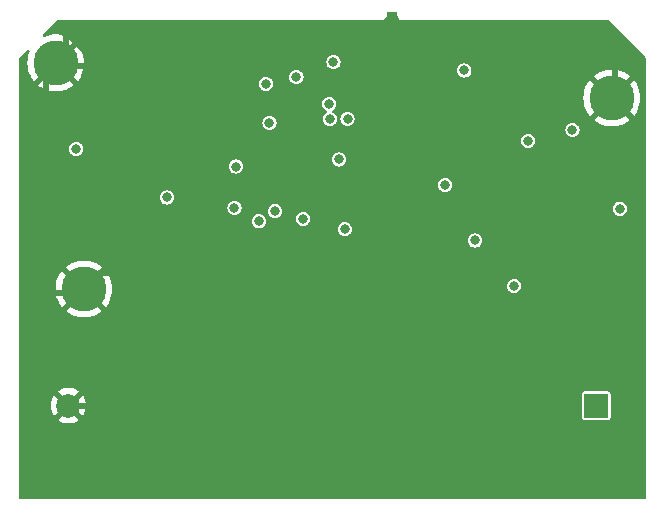
<source format=gbr>
%TF.GenerationSoftware,KiCad,Pcbnew,7.0.2*%
%TF.CreationDate,2023-05-16T00:14:24-03:00*%
%TF.ProjectId,fullWirelessComTractian,66756c6c-5769-4726-956c-657373436f6d,rev?*%
%TF.SameCoordinates,Original*%
%TF.FileFunction,Copper,L2,Inr*%
%TF.FilePolarity,Positive*%
%FSLAX46Y46*%
G04 Gerber Fmt 4.6, Leading zero omitted, Abs format (unit mm)*
G04 Created by KiCad (PCBNEW 7.0.2) date 2023-05-16 00:14:24*
%MOMM*%
%LPD*%
G01*
G04 APERTURE LIST*
%TA.AperFunction,ComponentPad*%
%ADD10R,0.900000X0.500000*%
%TD*%
%TA.AperFunction,ComponentPad*%
%ADD11C,3.800000*%
%TD*%
%TA.AperFunction,ComponentPad*%
%ADD12R,2.000000X2.000000*%
%TD*%
%TA.AperFunction,ComponentPad*%
%ADD13C,2.000000*%
%TD*%
%TA.AperFunction,ViaPad*%
%ADD14C,0.800000*%
%TD*%
%TA.AperFunction,Conductor*%
%ADD15C,0.508000*%
%TD*%
G04 APERTURE END LIST*
D10*
%TO.N,GND*%
%TO.C,ANT1*%
X159870000Y-92185000D03*
%TD*%
D11*
%TO.N,GND*%
%TO.C,REF\u002A\u002A*%
X178490000Y-99180000D03*
%TD*%
%TO.N,GND*%
%TO.C,REF\u002A\u002A*%
X131400000Y-96210000D03*
%TD*%
%TO.N,GND*%
%TO.C,REF\u002A\u002A*%
X133790000Y-115350000D03*
%TD*%
D12*
%TO.N,Net-(BT1-+)*%
%TO.C,BT1*%
X177180000Y-125230000D03*
D13*
%TO.N,GND*%
X132480000Y-125230000D03*
%TD*%
D14*
%TO.N,GND*%
X133760000Y-101330000D03*
X150900000Y-117760000D03*
X161400000Y-95690000D03*
X167060000Y-95860000D03*
X138140000Y-97000000D03*
X129160000Y-106660000D03*
X174510000Y-104250000D03*
X160210000Y-93630000D03*
X174570000Y-93630000D03*
X160780000Y-97740000D03*
X165380000Y-111310000D03*
X150820000Y-93640000D03*
X159220000Y-117700000D03*
X167180000Y-117560000D03*
X151780000Y-104830000D03*
X148270000Y-93600000D03*
X151410000Y-95310000D03*
X130850000Y-101220000D03*
X137540000Y-114040000D03*
X144060000Y-115520000D03*
X130690000Y-104910000D03*
X162900000Y-93630000D03*
X151780000Y-103740000D03*
X171490000Y-93650000D03*
X143720000Y-113070000D03*
X168610000Y-93690000D03*
X151790000Y-105910000D03*
X155020000Y-117700000D03*
X130140000Y-115740000D03*
X177330000Y-102610000D03*
X143410000Y-101020000D03*
X140650000Y-96970000D03*
X138350000Y-116800000D03*
X147050000Y-115540000D03*
X150640000Y-103730000D03*
X163380000Y-102360000D03*
X177380000Y-93620000D03*
X145380000Y-93500000D03*
X130570000Y-99000000D03*
X180170000Y-103420000D03*
X148940000Y-95310000D03*
X163170000Y-97870000D03*
X140670000Y-93530000D03*
X172960000Y-95870000D03*
X129160000Y-110090000D03*
X141430000Y-95380000D03*
X169900000Y-95860000D03*
X156953419Y-102219078D03*
X146850000Y-95270000D03*
X138160000Y-93560000D03*
X147250000Y-117730000D03*
X151560000Y-99660000D03*
X172980000Y-106090000D03*
X160870000Y-109300000D03*
X155400000Y-93680000D03*
X152910000Y-104800000D03*
X144770000Y-102570000D03*
X135180000Y-96510000D03*
X145360000Y-96940000D03*
X141680000Y-100010000D03*
X172690000Y-108690000D03*
X141270000Y-116490000D03*
X162250000Y-99980000D03*
X155680000Y-105759500D03*
X165730000Y-93650000D03*
X141790000Y-102460000D03*
X152910000Y-103710000D03*
X145470000Y-100100000D03*
X143940000Y-95350000D03*
X129330000Y-112730000D03*
X175160000Y-100260000D03*
X129410000Y-103070000D03*
X147690000Y-98800000D03*
X175770000Y-95820000D03*
X139230000Y-95380000D03*
X177580000Y-108010000D03*
X177020000Y-106060000D03*
X133740000Y-98360000D03*
X136720000Y-95410000D03*
X150650000Y-105900000D03*
X169820000Y-105760000D03*
X135460000Y-93590000D03*
X145280000Y-111170000D03*
X163930000Y-95690000D03*
X150640000Y-104820000D03*
X153200000Y-93730000D03*
X154480000Y-95320000D03*
X131700000Y-111420000D03*
X130940000Y-108390000D03*
X142850000Y-96970000D03*
X164070000Y-117580000D03*
X142870000Y-93530000D03*
X132290000Y-93560000D03*
X158740000Y-98790000D03*
X174370000Y-107680000D03*
X141080000Y-114100000D03*
X164090000Y-111320000D03*
X152920000Y-105880000D03*
X178750000Y-95740000D03*
%TO.N,Net-(U1-CHIP_PU)*%
X149500000Y-101290000D03*
X156110000Y-100960000D03*
X166900000Y-111250000D03*
%TO.N,Net-(C8-Pad1)*%
X154560000Y-99680000D03*
X154920000Y-96150000D03*
%TO.N,VDD33*%
X155880000Y-110300000D03*
X155370000Y-104389500D03*
X175150000Y-101880000D03*
X170230000Y-115120000D03*
X148604469Y-109631825D03*
X171400000Y-102820000D03*
X146660000Y-104990000D03*
X179160000Y-108560000D03*
X140800000Y-107610000D03*
X151780000Y-97420000D03*
X154610000Y-100970000D03*
X166000000Y-96860000D03*
%TO.N,DMWP*%
X146535480Y-108485480D03*
X133130000Y-103510000D03*
%TO.N,PMHD*%
X152360000Y-109410000D03*
X149970000Y-108780000D03*
%TO.N,Net-(U6-V_{OUT})*%
X164380000Y-106550000D03*
X149200000Y-97990000D03*
%TD*%
D15*
%TO.N,GND*%
X133760000Y-98380000D02*
X133740000Y-98360000D01*
X133760000Y-101330000D02*
X133760000Y-98380000D01*
X151780000Y-104830000D02*
X151780000Y-105900000D01*
X138140000Y-97000000D02*
X140620000Y-97000000D01*
X147050000Y-115540000D02*
X144080000Y-115540000D01*
X151560000Y-99660000D02*
X148550000Y-99660000D01*
X152910000Y-105870000D02*
X152920000Y-105880000D01*
X152910000Y-103710000D02*
X152910000Y-104800000D01*
X138350000Y-114850000D02*
X137540000Y-114040000D01*
X158740000Y-98790000D02*
X152430000Y-98790000D01*
X180170000Y-103420000D02*
X178140000Y-103420000D01*
X169820000Y-106870000D02*
X165380000Y-111310000D01*
X155680000Y-105759500D02*
X155549500Y-105890000D01*
X130140000Y-113540000D02*
X129330000Y-112730000D01*
X141080000Y-114100000D02*
X141050000Y-114100000D01*
X175770000Y-95820000D02*
X175770000Y-95230000D01*
X130850000Y-101220000D02*
X130850000Y-99280000D01*
X141790000Y-100120000D02*
X141680000Y-100010000D01*
X143410000Y-101020000D02*
X143410000Y-101210000D01*
X162250000Y-101230000D02*
X163380000Y-102360000D01*
X169820000Y-105600000D02*
X169820000Y-105760000D01*
X133740000Y-97950000D02*
X135180000Y-96510000D01*
X147250000Y-117730000D02*
X147250000Y-115740000D01*
X140670000Y-93530000D02*
X142870000Y-93530000D01*
X177580000Y-108949455D02*
X168969455Y-117560000D01*
X147250000Y-115740000D02*
X147050000Y-115540000D01*
X130140000Y-115740000D02*
X133400000Y-115740000D01*
X164090000Y-117560000D02*
X164070000Y-117580000D01*
X129160000Y-106440000D02*
X130690000Y-104910000D01*
X145350000Y-93530000D02*
X145380000Y-93500000D01*
X143940000Y-95350000D02*
X146770000Y-95350000D01*
X174510000Y-104250000D02*
X174510000Y-104560000D01*
X141050000Y-114100000D02*
X138350000Y-116800000D01*
X177380000Y-93620000D02*
X177380000Y-94370000D01*
X158740000Y-94320000D02*
X158740000Y-93315000D01*
X148170000Y-93500000D02*
X148270000Y-93600000D01*
X129410000Y-102660000D02*
X130850000Y-101220000D01*
X158740000Y-102200000D02*
X158740000Y-98790000D01*
X152920000Y-105880000D02*
X151820000Y-105880000D01*
X151780000Y-104830000D02*
X151780000Y-103740000D01*
X164090000Y-111320000D02*
X162890000Y-111320000D01*
X143720000Y-113070000D02*
X143720000Y-112730000D01*
X163170000Y-97870000D02*
X163170000Y-99060000D01*
X135180000Y-96510000D02*
X135180000Y-96450000D01*
X135100000Y-114040000D02*
X133790000Y-115350000D01*
X158740000Y-100432497D02*
X156953419Y-102219078D01*
X133740000Y-98360000D02*
X133740000Y-97950000D01*
X152880000Y-103740000D02*
X152910000Y-103710000D01*
X143720000Y-112730000D02*
X145280000Y-111170000D01*
X159340000Y-117580000D02*
X159220000Y-117700000D01*
X130490000Y-111420000D02*
X129160000Y-110090000D01*
X130690000Y-104910000D02*
X130690000Y-104350000D01*
X133400000Y-115740000D02*
X133790000Y-115350000D01*
X146850000Y-95270000D02*
X148900000Y-95270000D01*
X150960000Y-117700000D02*
X150900000Y-117760000D01*
X177330000Y-102610000D02*
X177330000Y-102430000D01*
X168969455Y-117560000D02*
X167180000Y-117560000D01*
X178750000Y-95740000D02*
X178750000Y-98920000D01*
X177380000Y-94370000D02*
X178750000Y-95740000D01*
X140650000Y-96970000D02*
X145330000Y-96970000D01*
X135430000Y-93560000D02*
X135460000Y-93590000D01*
X145330000Y-96970000D02*
X145360000Y-96940000D01*
X152430000Y-98790000D02*
X151560000Y-99660000D01*
X129410000Y-103070000D02*
X129410000Y-102660000D01*
X177330000Y-102430000D02*
X175160000Y-100260000D01*
X145470000Y-100100000D02*
X146390000Y-100100000D01*
X176150000Y-102610000D02*
X174510000Y-104250000D01*
X147280000Y-117760000D02*
X147250000Y-117730000D01*
X141790000Y-102460000D02*
X141970000Y-102460000D01*
X130850000Y-101220000D02*
X130880000Y-101220000D01*
X144060000Y-113410000D02*
X143720000Y-113070000D01*
X140620000Y-97000000D02*
X140650000Y-96970000D01*
X132290000Y-93560000D02*
X132290000Y-95320000D01*
X150660000Y-105910000D02*
X150650000Y-105900000D01*
X129160000Y-110090000D02*
X129160000Y-106660000D01*
X172980000Y-106090000D02*
X172980000Y-106290000D01*
X169820000Y-105760000D02*
X169820000Y-106870000D01*
X147690000Y-100780000D02*
X150640000Y-103730000D01*
X180170000Y-103420000D02*
X180170000Y-100860000D01*
X146770000Y-95350000D02*
X146850000Y-95270000D01*
X130690000Y-104350000D02*
X129410000Y-103070000D01*
X131700000Y-111420000D02*
X130490000Y-111420000D01*
X137360000Y-125230000D02*
X132480000Y-125230000D01*
X144060000Y-115520000D02*
X144060000Y-113410000D01*
X150650000Y-105900000D02*
X150650000Y-104830000D01*
X151820000Y-105880000D02*
X151790000Y-105910000D01*
X178140000Y-103420000D02*
X177330000Y-102610000D01*
X145470000Y-100100000D02*
X141770000Y-100100000D01*
X150640000Y-103730000D02*
X151770000Y-103730000D01*
X155549500Y-105890000D02*
X152990000Y-105890000D01*
X138160000Y-93560000D02*
X140640000Y-93560000D01*
X172690000Y-108630000D02*
X169820000Y-105760000D01*
X136720000Y-95410000D02*
X139200000Y-95410000D01*
X148270000Y-93600000D02*
X155320000Y-93600000D01*
X152910000Y-104800000D02*
X152910000Y-105870000D01*
X130850000Y-99280000D02*
X130570000Y-99000000D01*
X161400000Y-95690000D02*
X161400000Y-97120000D01*
X150650000Y-105900000D02*
X147050000Y-109500000D01*
X174510000Y-104560000D02*
X172980000Y-106090000D01*
X136720000Y-95580000D02*
X138140000Y-97000000D01*
X135460000Y-93590000D02*
X138130000Y-93590000D01*
X163930000Y-97110000D02*
X163170000Y-97870000D01*
X130570000Y-99000000D02*
X130570000Y-97040000D01*
X157350000Y-103590000D02*
X157350000Y-104680000D01*
X150650000Y-104830000D02*
X150640000Y-104820000D01*
X172690000Y-108690000D02*
X172690000Y-108630000D01*
X161400000Y-97120000D02*
X160780000Y-97740000D01*
X177330000Y-102610000D02*
X176150000Y-102610000D01*
X130570000Y-97040000D02*
X131400000Y-96210000D01*
X141430000Y-95380000D02*
X143910000Y-95380000D01*
X164100000Y-111310000D02*
X164090000Y-111320000D01*
X142240000Y-115520000D02*
X141270000Y-116490000D01*
X135620000Y-96510000D02*
X136720000Y-95410000D01*
X160210000Y-93630000D02*
X174570000Y-93630000D01*
X159220000Y-117700000D02*
X155020000Y-117700000D01*
X162250000Y-99980000D02*
X162250000Y-101230000D01*
X139200000Y-95410000D02*
X139230000Y-95380000D01*
X140640000Y-93560000D02*
X140670000Y-93530000D01*
X174570000Y-93630000D02*
X174570000Y-94620000D01*
X135180000Y-96510000D02*
X135620000Y-96510000D01*
X144080000Y-115540000D02*
X144060000Y-115520000D01*
X143410000Y-101210000D02*
X144770000Y-102570000D01*
X177580000Y-108010000D02*
X177580000Y-108949455D01*
X151770000Y-104820000D02*
X151780000Y-104830000D01*
X163930000Y-95690000D02*
X163930000Y-97110000D01*
X129330000Y-112730000D02*
X130390000Y-112730000D01*
X180170000Y-100860000D02*
X178490000Y-99180000D01*
X139230000Y-95380000D02*
X141430000Y-95380000D01*
X155020000Y-117700000D02*
X150960000Y-117700000D01*
X175640000Y-95690000D02*
X175770000Y-95820000D01*
X161400000Y-95690000D02*
X175640000Y-95690000D01*
X150640000Y-104820000D02*
X150640000Y-103730000D01*
X135180000Y-96510000D02*
X131700000Y-96510000D01*
X157350000Y-103590000D02*
X158740000Y-102200000D01*
X150640000Y-104820000D02*
X151770000Y-104820000D01*
X130140000Y-115740000D02*
X130140000Y-113540000D01*
X146390000Y-100100000D02*
X147690000Y-98800000D01*
X177020000Y-106060000D02*
X177020000Y-107450000D01*
X151780000Y-104830000D02*
X152880000Y-104830000D01*
X129160000Y-106660000D02*
X129160000Y-106440000D01*
X135180000Y-96450000D02*
X132290000Y-93560000D01*
X130880000Y-101220000D02*
X133740000Y-98360000D01*
X130890000Y-108390000D02*
X129160000Y-106660000D01*
X148900000Y-95270000D02*
X148940000Y-95310000D01*
X164070000Y-117580000D02*
X159340000Y-117580000D01*
X132290000Y-95320000D02*
X131400000Y-96210000D01*
X174570000Y-94620000D02*
X175770000Y-95820000D01*
X144060000Y-115520000D02*
X142240000Y-115520000D01*
X162890000Y-111320000D02*
X160870000Y-109300000D01*
X163170000Y-99060000D02*
X162250000Y-99980000D01*
X136720000Y-95410000D02*
X136720000Y-95580000D01*
X132290000Y-93560000D02*
X135430000Y-93560000D01*
X165380000Y-111310000D02*
X164100000Y-111310000D01*
X155320000Y-93600000D02*
X155400000Y-93680000D01*
X145380000Y-93500000D02*
X148170000Y-93500000D01*
X138130000Y-93590000D02*
X138160000Y-93560000D01*
X141770000Y-100100000D02*
X141680000Y-100010000D01*
X177330000Y-102610000D02*
X177330000Y-105750000D01*
X160210000Y-93630000D02*
X160210000Y-92525000D01*
X150900000Y-117760000D02*
X147280000Y-117760000D01*
X160870000Y-108200000D02*
X160870000Y-109300000D01*
X175160000Y-100260000D02*
X169820000Y-105600000D01*
X160210000Y-92525000D02*
X159870000Y-92185000D01*
X152880000Y-104830000D02*
X152910000Y-104800000D01*
X151790000Y-105910000D02*
X150660000Y-105910000D01*
X130390000Y-112730000D02*
X131700000Y-111420000D01*
X131700000Y-96510000D02*
X131400000Y-96210000D01*
X147690000Y-98800000D02*
X147690000Y-100780000D01*
X178750000Y-98920000D02*
X178490000Y-99180000D01*
X141080000Y-114100000D02*
X141080000Y-116300000D01*
X151780000Y-103740000D02*
X152880000Y-103740000D01*
X148550000Y-99660000D02*
X147690000Y-98800000D01*
X137540000Y-114040000D02*
X135100000Y-114040000D01*
X157350000Y-104680000D02*
X160870000Y-108200000D01*
X142870000Y-93530000D02*
X145350000Y-93530000D01*
X158740000Y-93315000D02*
X159870000Y-92185000D01*
X151770000Y-103730000D02*
X151780000Y-103740000D01*
X147050000Y-115540000D02*
X137360000Y-125230000D01*
X154470000Y-95310000D02*
X154480000Y-95320000D01*
X143910000Y-95380000D02*
X143940000Y-95350000D01*
X158740000Y-98790000D02*
X158740000Y-94320000D01*
X158740000Y-98790000D02*
X158740000Y-100432497D01*
X151780000Y-105900000D02*
X151790000Y-105910000D01*
X172980000Y-106290000D02*
X174370000Y-107680000D01*
X148940000Y-95310000D02*
X154470000Y-95310000D01*
X141080000Y-116300000D02*
X141270000Y-116490000D01*
X177020000Y-107450000D02*
X177580000Y-108010000D01*
X177330000Y-105750000D02*
X177020000Y-106060000D01*
X141790000Y-102460000D02*
X141790000Y-100120000D01*
X138350000Y-116800000D02*
X138350000Y-114850000D01*
X167180000Y-117560000D02*
X164090000Y-117560000D01*
X141970000Y-102460000D02*
X143410000Y-101020000D01*
X130940000Y-108390000D02*
X130890000Y-108390000D01*
X147050000Y-109500000D02*
X147050000Y-115540000D01*
X175770000Y-95230000D02*
X177380000Y-93620000D01*
%TD*%
%TA.AperFunction,Conductor*%
%TO.N,GND*%
G36*
X155958646Y-92589439D02*
G01*
X155960000Y-92590000D01*
X178168638Y-92590000D01*
X178235677Y-92609685D01*
X178256319Y-92626319D01*
X181333681Y-95703681D01*
X181367166Y-95765004D01*
X181370000Y-95791362D01*
X181370000Y-132996000D01*
X181350315Y-133063039D01*
X181297511Y-133108794D01*
X181246000Y-133120000D01*
X128404000Y-133120000D01*
X128336961Y-133100315D01*
X128291206Y-133047511D01*
X128280000Y-132996000D01*
X128280000Y-125230000D01*
X130974858Y-125230000D01*
X130995386Y-125477732D01*
X131056413Y-125718721D01*
X131156268Y-125946370D01*
X131256563Y-126099882D01*
X131256564Y-126099882D01*
X131988866Y-125367580D01*
X132011318Y-125444040D01*
X132090605Y-125567413D01*
X132201438Y-125663451D01*
X132334839Y-125724373D01*
X132338634Y-125724918D01*
X131609942Y-126453609D01*
X131609942Y-126453610D01*
X131656766Y-126490055D01*
X131875393Y-126608368D01*
X132110506Y-126689083D01*
X132355707Y-126730000D01*
X132604293Y-126730000D01*
X132849493Y-126689083D01*
X133084606Y-126608368D01*
X133303233Y-126490053D01*
X133350056Y-126453609D01*
X133146195Y-126249748D01*
X175979500Y-126249748D01*
X175991132Y-126308230D01*
X176035447Y-126374552D01*
X176101769Y-126418867D01*
X176160251Y-126430500D01*
X176160252Y-126430500D01*
X178199749Y-126430500D01*
X178228989Y-126424683D01*
X178258231Y-126418867D01*
X178324552Y-126374552D01*
X178368867Y-126308231D01*
X178380500Y-126249748D01*
X178380500Y-124210252D01*
X178368867Y-124151769D01*
X178368867Y-124151768D01*
X178324552Y-124085447D01*
X178258230Y-124041132D01*
X178199749Y-124029500D01*
X178199748Y-124029500D01*
X176160252Y-124029500D01*
X176160251Y-124029500D01*
X176101769Y-124041132D01*
X176035447Y-124085447D01*
X175991132Y-124151769D01*
X175979500Y-124210251D01*
X175979500Y-126249748D01*
X133146195Y-126249748D01*
X132621365Y-125724918D01*
X132625161Y-125724373D01*
X132758562Y-125663451D01*
X132869395Y-125567413D01*
X132948682Y-125444040D01*
X132971132Y-125367580D01*
X133703434Y-126099882D01*
X133803730Y-125946369D01*
X133903586Y-125718721D01*
X133964613Y-125477732D01*
X133985141Y-125230000D01*
X133964613Y-124982267D01*
X133903586Y-124741278D01*
X133803730Y-124513630D01*
X133703434Y-124360116D01*
X132971132Y-125092418D01*
X132948682Y-125015960D01*
X132869395Y-124892587D01*
X132758562Y-124796549D01*
X132625161Y-124735627D01*
X132621366Y-124735081D01*
X133350057Y-124006390D01*
X133350056Y-124006388D01*
X133303235Y-123969947D01*
X133084606Y-123851631D01*
X132849493Y-123770916D01*
X132604293Y-123730000D01*
X132355707Y-123730000D01*
X132110506Y-123770916D01*
X131875393Y-123851631D01*
X131656764Y-123969946D01*
X131609942Y-124006388D01*
X131609942Y-124006390D01*
X132338634Y-124735081D01*
X132334839Y-124735627D01*
X132201438Y-124796549D01*
X132090605Y-124892587D01*
X132011318Y-125015960D01*
X131988867Y-125092419D01*
X131256564Y-124360116D01*
X131156266Y-124513634D01*
X131056413Y-124741278D01*
X130995386Y-124982267D01*
X130974858Y-125230000D01*
X128280000Y-125230000D01*
X128280000Y-115353894D01*
X131385500Y-115353894D01*
X131403972Y-115647500D01*
X131404946Y-115655220D01*
X131460073Y-115944206D01*
X131462009Y-115951745D01*
X131552921Y-116231541D01*
X131555781Y-116238765D01*
X131681050Y-116504976D01*
X131684792Y-116511782D01*
X131842430Y-116760181D01*
X131847006Y-116766479D01*
X131925312Y-116861134D01*
X132854211Y-115932235D01*
X132954894Y-116073624D01*
X133106932Y-116218592D01*
X133209222Y-116284329D01*
X132276564Y-117216986D01*
X132498320Y-117378102D01*
X132504891Y-117382272D01*
X132762694Y-117524000D01*
X132769733Y-117527313D01*
X133043270Y-117635613D01*
X133050665Y-117638016D01*
X133335625Y-117711182D01*
X133343256Y-117712637D01*
X133635140Y-117749511D01*
X133642899Y-117750000D01*
X133937101Y-117750000D01*
X133944859Y-117749511D01*
X134236743Y-117712637D01*
X134244374Y-117711182D01*
X134529334Y-117638016D01*
X134536729Y-117635613D01*
X134810266Y-117527313D01*
X134817305Y-117524000D01*
X135075108Y-117382272D01*
X135081678Y-117378102D01*
X135303433Y-117216986D01*
X135303434Y-117216986D01*
X134373306Y-116286859D01*
X134387410Y-116279589D01*
X134552540Y-116149729D01*
X134690110Y-115990965D01*
X134724665Y-115931112D01*
X135654686Y-116861133D01*
X135732997Y-116766474D01*
X135737568Y-116760182D01*
X135895207Y-116511782D01*
X135898949Y-116504976D01*
X136024218Y-116238765D01*
X136027078Y-116231541D01*
X136117990Y-115951745D01*
X136119926Y-115944206D01*
X136175053Y-115655220D01*
X136176027Y-115647500D01*
X136194500Y-115353894D01*
X136194500Y-115346105D01*
X136180274Y-115120000D01*
X169624317Y-115120000D01*
X169644956Y-115276762D01*
X169705463Y-115422840D01*
X169801717Y-115548282D01*
X169927159Y-115644535D01*
X169927159Y-115644536D01*
X170073238Y-115705044D01*
X170209361Y-115722964D01*
X170229999Y-115725682D01*
X170229999Y-115725681D01*
X170230000Y-115725682D01*
X170386762Y-115705044D01*
X170532841Y-115644536D01*
X170658282Y-115548282D01*
X170754536Y-115422841D01*
X170815044Y-115276762D01*
X170835682Y-115120000D01*
X170815044Y-114963238D01*
X170754536Y-114817159D01*
X170739450Y-114797498D01*
X170658282Y-114691717D01*
X170532840Y-114595463D01*
X170386762Y-114534956D01*
X170230000Y-114514317D01*
X170073237Y-114534956D01*
X169927159Y-114595463D01*
X169801717Y-114691717D01*
X169705463Y-114817159D01*
X169644956Y-114963237D01*
X169624317Y-115120000D01*
X136180274Y-115120000D01*
X136176027Y-115052499D01*
X136175053Y-115044779D01*
X136119926Y-114755793D01*
X136117990Y-114748254D01*
X136027078Y-114468458D01*
X136024218Y-114461234D01*
X135898949Y-114195023D01*
X135895207Y-114188217D01*
X135737569Y-113939818D01*
X135732993Y-113933520D01*
X135654686Y-113838864D01*
X134725787Y-114767763D01*
X134625106Y-114626376D01*
X134473068Y-114481408D01*
X134370777Y-114415669D01*
X135303434Y-113483012D01*
X135081679Y-113321897D01*
X135075108Y-113317727D01*
X134817305Y-113175999D01*
X134810266Y-113172686D01*
X134536729Y-113064386D01*
X134529334Y-113061983D01*
X134244374Y-112988817D01*
X134236743Y-112987362D01*
X133944859Y-112950488D01*
X133937101Y-112950000D01*
X133642899Y-112950000D01*
X133635140Y-112950488D01*
X133343256Y-112987362D01*
X133335625Y-112988817D01*
X133050665Y-113061983D01*
X133043270Y-113064386D01*
X132769733Y-113172686D01*
X132762694Y-113175999D01*
X132504899Y-113317723D01*
X132498309Y-113321905D01*
X132276565Y-113483011D01*
X132276564Y-113483012D01*
X133206693Y-114413140D01*
X133192590Y-114420411D01*
X133027460Y-114550271D01*
X132889890Y-114709035D01*
X132855334Y-114768886D01*
X131925312Y-113838864D01*
X131846995Y-113933534D01*
X131842434Y-113939812D01*
X131684792Y-114188217D01*
X131681050Y-114195023D01*
X131555781Y-114461234D01*
X131552921Y-114468458D01*
X131462009Y-114748254D01*
X131460073Y-114755793D01*
X131404946Y-115044779D01*
X131403972Y-115052499D01*
X131385500Y-115346105D01*
X131385500Y-115353894D01*
X128280000Y-115353894D01*
X128280000Y-111249999D01*
X166294317Y-111249999D01*
X166314956Y-111406762D01*
X166375463Y-111552840D01*
X166471717Y-111678282D01*
X166597159Y-111774535D01*
X166597159Y-111774536D01*
X166743238Y-111835044D01*
X166900000Y-111855682D01*
X167056762Y-111835044D01*
X167202841Y-111774536D01*
X167328282Y-111678282D01*
X167424536Y-111552841D01*
X167485044Y-111406762D01*
X167505682Y-111250000D01*
X167485044Y-111093238D01*
X167424536Y-110947159D01*
X167376873Y-110885043D01*
X167328282Y-110821717D01*
X167202840Y-110725463D01*
X167056762Y-110664956D01*
X166900000Y-110644317D01*
X166743237Y-110664956D01*
X166597159Y-110725463D01*
X166471717Y-110821717D01*
X166375463Y-110947159D01*
X166314956Y-111093237D01*
X166294317Y-111249999D01*
X128280000Y-111249999D01*
X128280000Y-110300000D01*
X155274317Y-110300000D01*
X155294956Y-110456762D01*
X155355463Y-110602840D01*
X155451717Y-110728282D01*
X155577158Y-110824536D01*
X155577159Y-110824536D01*
X155723238Y-110885044D01*
X155880000Y-110905682D01*
X156036762Y-110885044D01*
X156182841Y-110824536D01*
X156308282Y-110728282D01*
X156404536Y-110602841D01*
X156465044Y-110456762D01*
X156485682Y-110300000D01*
X156465044Y-110143238D01*
X156404536Y-109997159D01*
X156356484Y-109934536D01*
X156308282Y-109871717D01*
X156182840Y-109775463D01*
X156036762Y-109714956D01*
X155879999Y-109694317D01*
X155723237Y-109714956D01*
X155577159Y-109775463D01*
X155451717Y-109871717D01*
X155355463Y-109997159D01*
X155294956Y-110143237D01*
X155274317Y-110300000D01*
X128280000Y-110300000D01*
X128280000Y-109631824D01*
X147998786Y-109631824D01*
X148019425Y-109788587D01*
X148079932Y-109934665D01*
X148176186Y-110060107D01*
X148284524Y-110143237D01*
X148301628Y-110156361D01*
X148447707Y-110216869D01*
X148604469Y-110237507D01*
X148761231Y-110216869D01*
X148907310Y-110156361D01*
X149032751Y-110060107D01*
X149129005Y-109934666D01*
X149189513Y-109788587D01*
X149210151Y-109631825D01*
X149189513Y-109475063D01*
X149162563Y-109410000D01*
X151754317Y-109410000D01*
X151774956Y-109566762D01*
X151835463Y-109712840D01*
X151931717Y-109838282D01*
X152057158Y-109934536D01*
X152057159Y-109934536D01*
X152203238Y-109995044D01*
X152339360Y-110012964D01*
X152359999Y-110015682D01*
X152359999Y-110015681D01*
X152360000Y-110015682D01*
X152516762Y-109995044D01*
X152662841Y-109934536D01*
X152788282Y-109838282D01*
X152884536Y-109712841D01*
X152945044Y-109566762D01*
X152965682Y-109410000D01*
X152945044Y-109253238D01*
X152884536Y-109107159D01*
X152865876Y-109082841D01*
X152788282Y-108981717D01*
X152662840Y-108885463D01*
X152516762Y-108824956D01*
X152360000Y-108804317D01*
X152203237Y-108824956D01*
X152057159Y-108885463D01*
X151931717Y-108981717D01*
X151835463Y-109107159D01*
X151774956Y-109253237D01*
X151754317Y-109410000D01*
X149162563Y-109410000D01*
X149129005Y-109328984D01*
X149129004Y-109328984D01*
X149032751Y-109203542D01*
X148907309Y-109107288D01*
X148761231Y-109046781D01*
X148604469Y-109026142D01*
X148447706Y-109046781D01*
X148301628Y-109107288D01*
X148176186Y-109203542D01*
X148079932Y-109328984D01*
X148019425Y-109475062D01*
X147998786Y-109631824D01*
X128280000Y-109631824D01*
X128280000Y-108485480D01*
X145929797Y-108485480D01*
X145950436Y-108642242D01*
X146010943Y-108788320D01*
X146107197Y-108913762D01*
X146232638Y-109010016D01*
X146232639Y-109010016D01*
X146378718Y-109070524D01*
X146535480Y-109091162D01*
X146692242Y-109070524D01*
X146838321Y-109010016D01*
X146963762Y-108913762D01*
X147060016Y-108788321D01*
X147063463Y-108780000D01*
X149364317Y-108780000D01*
X149384956Y-108936762D01*
X149445463Y-109082840D01*
X149541717Y-109208282D01*
X149667158Y-109304536D01*
X149667159Y-109304536D01*
X149813238Y-109365044D01*
X149949360Y-109382964D01*
X149969999Y-109385682D01*
X149969999Y-109385681D01*
X149970000Y-109385682D01*
X150126762Y-109365044D01*
X150272841Y-109304536D01*
X150398282Y-109208282D01*
X150494536Y-109082841D01*
X150555044Y-108936762D01*
X150575682Y-108780000D01*
X150555044Y-108623238D01*
X150528850Y-108560000D01*
X178554317Y-108560000D01*
X178574956Y-108716762D01*
X178635463Y-108862840D01*
X178731717Y-108988282D01*
X178838897Y-109070523D01*
X178857159Y-109084536D01*
X179003238Y-109145044D01*
X179160000Y-109165682D01*
X179316762Y-109145044D01*
X179462841Y-109084536D01*
X179588282Y-108988282D01*
X179684536Y-108862841D01*
X179745044Y-108716762D01*
X179765682Y-108560000D01*
X179745044Y-108403238D01*
X179684536Y-108257159D01*
X179627355Y-108182639D01*
X179588282Y-108131717D01*
X179462840Y-108035463D01*
X179316762Y-107974956D01*
X179160000Y-107954317D01*
X179003237Y-107974956D01*
X178857159Y-108035463D01*
X178731717Y-108131717D01*
X178635463Y-108257159D01*
X178574956Y-108403237D01*
X178554317Y-108560000D01*
X150528850Y-108560000D01*
X150494536Y-108477159D01*
X150437814Y-108403237D01*
X150398282Y-108351717D01*
X150272840Y-108255463D01*
X150126762Y-108194956D01*
X149970000Y-108174317D01*
X149813237Y-108194956D01*
X149667159Y-108255463D01*
X149541717Y-108351717D01*
X149445463Y-108477159D01*
X149384956Y-108623237D01*
X149364317Y-108780000D01*
X147063463Y-108780000D01*
X147120524Y-108642242D01*
X147141162Y-108485480D01*
X147120524Y-108328718D01*
X147060016Y-108182639D01*
X147053630Y-108174317D01*
X146963762Y-108057197D01*
X146838320Y-107960943D01*
X146692242Y-107900436D01*
X146535479Y-107879797D01*
X146378717Y-107900436D01*
X146232639Y-107960943D01*
X146107197Y-108057197D01*
X146010943Y-108182639D01*
X145950436Y-108328717D01*
X145929797Y-108485480D01*
X128280000Y-108485480D01*
X128280000Y-107610000D01*
X140194317Y-107610000D01*
X140214956Y-107766762D01*
X140275463Y-107912840D01*
X140371717Y-108038282D01*
X140497159Y-108134536D01*
X140643238Y-108195044D01*
X140800000Y-108215682D01*
X140956762Y-108195044D01*
X141102841Y-108134536D01*
X141228282Y-108038282D01*
X141324536Y-107912841D01*
X141385044Y-107766762D01*
X141405682Y-107610000D01*
X141385044Y-107453238D01*
X141324536Y-107307159D01*
X141324536Y-107307158D01*
X141228282Y-107181717D01*
X141102840Y-107085463D01*
X140956762Y-107024956D01*
X140800000Y-107004317D01*
X140643237Y-107024956D01*
X140497159Y-107085463D01*
X140371717Y-107181717D01*
X140275463Y-107307159D01*
X140214956Y-107453237D01*
X140194317Y-107610000D01*
X128280000Y-107610000D01*
X128280000Y-106550000D01*
X163774317Y-106550000D01*
X163794956Y-106706762D01*
X163855463Y-106852840D01*
X163951717Y-106978282D01*
X164077158Y-107074535D01*
X164077159Y-107074536D01*
X164223238Y-107135044D01*
X164380000Y-107155682D01*
X164536762Y-107135044D01*
X164682841Y-107074536D01*
X164808282Y-106978282D01*
X164904536Y-106852841D01*
X164965044Y-106706762D01*
X164985682Y-106550000D01*
X164965044Y-106393238D01*
X164904536Y-106247159D01*
X164904536Y-106247158D01*
X164808282Y-106121717D01*
X164682840Y-106025463D01*
X164536762Y-105964956D01*
X164380000Y-105944317D01*
X164223237Y-105964956D01*
X164077159Y-106025463D01*
X163951717Y-106121717D01*
X163855463Y-106247159D01*
X163794956Y-106393237D01*
X163774317Y-106550000D01*
X128280000Y-106550000D01*
X128280000Y-104990000D01*
X146054317Y-104990000D01*
X146074956Y-105146762D01*
X146135463Y-105292840D01*
X146231717Y-105418282D01*
X146357158Y-105514536D01*
X146357159Y-105514536D01*
X146503238Y-105575044D01*
X146660000Y-105595682D01*
X146816762Y-105575044D01*
X146962841Y-105514536D01*
X147088282Y-105418282D01*
X147184536Y-105292841D01*
X147245044Y-105146762D01*
X147265682Y-104990000D01*
X147245044Y-104833238D01*
X147184536Y-104687159D01*
X147184536Y-104687158D01*
X147088282Y-104561717D01*
X146962840Y-104465463D01*
X146816762Y-104404956D01*
X146699367Y-104389500D01*
X154764317Y-104389500D01*
X154784956Y-104546262D01*
X154845463Y-104692340D01*
X154941717Y-104817782D01*
X155067159Y-104914036D01*
X155213238Y-104974544D01*
X155370000Y-104995182D01*
X155526762Y-104974544D01*
X155672841Y-104914036D01*
X155798282Y-104817782D01*
X155894536Y-104692341D01*
X155955044Y-104546262D01*
X155975682Y-104389500D01*
X155955044Y-104232738D01*
X155894536Y-104086659D01*
X155854541Y-104034536D01*
X155798282Y-103961217D01*
X155672840Y-103864963D01*
X155526762Y-103804456D01*
X155370000Y-103783817D01*
X155213237Y-103804456D01*
X155067159Y-103864963D01*
X154941717Y-103961217D01*
X154845463Y-104086659D01*
X154784956Y-104232737D01*
X154764317Y-104389500D01*
X146699367Y-104389500D01*
X146660000Y-104384317D01*
X146503237Y-104404956D01*
X146357159Y-104465463D01*
X146231717Y-104561717D01*
X146135463Y-104687159D01*
X146074956Y-104833237D01*
X146054317Y-104990000D01*
X128280000Y-104990000D01*
X128280000Y-103509999D01*
X132524317Y-103509999D01*
X132544956Y-103666762D01*
X132605463Y-103812840D01*
X132701717Y-103938282D01*
X132827159Y-104034536D01*
X132973238Y-104095044D01*
X133130000Y-104115682D01*
X133286762Y-104095044D01*
X133432841Y-104034536D01*
X133558282Y-103938282D01*
X133654536Y-103812841D01*
X133715044Y-103666762D01*
X133735682Y-103510000D01*
X133715044Y-103353238D01*
X133654536Y-103207159D01*
X133589836Y-103122840D01*
X133558282Y-103081717D01*
X133432840Y-102985463D01*
X133286762Y-102924956D01*
X133130000Y-102904317D01*
X132973237Y-102924956D01*
X132827159Y-102985463D01*
X132701717Y-103081717D01*
X132605463Y-103207159D01*
X132544956Y-103353237D01*
X132524317Y-103509999D01*
X128280000Y-103509999D01*
X128280000Y-102820000D01*
X170794317Y-102820000D01*
X170814956Y-102976762D01*
X170875463Y-103122840D01*
X170971717Y-103248282D01*
X171097159Y-103344535D01*
X171097159Y-103344536D01*
X171243238Y-103405044D01*
X171400000Y-103425682D01*
X171556762Y-103405044D01*
X171702841Y-103344536D01*
X171828282Y-103248282D01*
X171924536Y-103122841D01*
X171985044Y-102976762D01*
X172005682Y-102820000D01*
X171985044Y-102663238D01*
X171924536Y-102517159D01*
X171838118Y-102404536D01*
X171828282Y-102391717D01*
X171702840Y-102295463D01*
X171556762Y-102234956D01*
X171400000Y-102214317D01*
X171243237Y-102234956D01*
X171097159Y-102295463D01*
X170971717Y-102391717D01*
X170875463Y-102517159D01*
X170814956Y-102663237D01*
X170794317Y-102820000D01*
X128280000Y-102820000D01*
X128280000Y-101289999D01*
X148894317Y-101289999D01*
X148914956Y-101446762D01*
X148975463Y-101592840D01*
X149071717Y-101718282D01*
X149197159Y-101814535D01*
X149197159Y-101814536D01*
X149343238Y-101875044D01*
X149500000Y-101895682D01*
X149619117Y-101880000D01*
X174544317Y-101880000D01*
X174564956Y-102036762D01*
X174625463Y-102182840D01*
X174721717Y-102308282D01*
X174830453Y-102391717D01*
X174847159Y-102404536D01*
X174993238Y-102465044D01*
X175150000Y-102485682D01*
X175306762Y-102465044D01*
X175452841Y-102404536D01*
X175578282Y-102308282D01*
X175674536Y-102182841D01*
X175735044Y-102036762D01*
X175755682Y-101880000D01*
X175735044Y-101723238D01*
X175674536Y-101577159D01*
X175657566Y-101555043D01*
X175578282Y-101451717D01*
X175452840Y-101355463D01*
X175306762Y-101294956D01*
X175150000Y-101274317D01*
X174993237Y-101294956D01*
X174847159Y-101355463D01*
X174721717Y-101451717D01*
X174625463Y-101577159D01*
X174564956Y-101723237D01*
X174544317Y-101880000D01*
X149619117Y-101880000D01*
X149656762Y-101875044D01*
X149802841Y-101814536D01*
X149928282Y-101718282D01*
X150024536Y-101592841D01*
X150085044Y-101446762D01*
X150105682Y-101290000D01*
X150085044Y-101133238D01*
X150024536Y-100987159D01*
X149928282Y-100861717D01*
X149802840Y-100765463D01*
X149656762Y-100704956D01*
X149500000Y-100684317D01*
X149343237Y-100704956D01*
X149197159Y-100765463D01*
X149071717Y-100861717D01*
X148975463Y-100987159D01*
X148914956Y-101133237D01*
X148894317Y-101289999D01*
X128280000Y-101289999D01*
X128280000Y-99680000D01*
X153954317Y-99680000D01*
X153974956Y-99836762D01*
X154035463Y-99982840D01*
X154131717Y-100108282D01*
X154201942Y-100162167D01*
X154257159Y-100204536D01*
X154286579Y-100216722D01*
X154296409Y-100220794D01*
X154350812Y-100264635D01*
X154372877Y-100330929D01*
X154355598Y-100398628D01*
X154318383Y-100433276D01*
X154320110Y-100435526D01*
X154181717Y-100541717D01*
X154085463Y-100667159D01*
X154024956Y-100813237D01*
X154004317Y-100970000D01*
X154024956Y-101126762D01*
X154085463Y-101272840D01*
X154181717Y-101398282D01*
X154272597Y-101468016D01*
X154307159Y-101494536D01*
X154453238Y-101555044D01*
X154610000Y-101575682D01*
X154766762Y-101555044D01*
X154912841Y-101494536D01*
X155038282Y-101398282D01*
X155134536Y-101272841D01*
X155195044Y-101126762D01*
X155215682Y-100970000D01*
X155214365Y-100960000D01*
X155504317Y-100960000D01*
X155524956Y-101116762D01*
X155585463Y-101262840D01*
X155681717Y-101388282D01*
X155807159Y-101484535D01*
X155807159Y-101484536D01*
X155953238Y-101545044D01*
X156110000Y-101565682D01*
X156266762Y-101545044D01*
X156412841Y-101484536D01*
X156538282Y-101388282D01*
X156634536Y-101262841D01*
X156695044Y-101116762D01*
X156715682Y-100960000D01*
X156695044Y-100803238D01*
X156634536Y-100657159D01*
X156583143Y-100590182D01*
X156538282Y-100531717D01*
X156412840Y-100435463D01*
X156266762Y-100374956D01*
X156110000Y-100354317D01*
X155953237Y-100374956D01*
X155807159Y-100435463D01*
X155681717Y-100531717D01*
X155585463Y-100657159D01*
X155524956Y-100803237D01*
X155504317Y-100960000D01*
X155214365Y-100960000D01*
X155201426Y-100861717D01*
X155195044Y-100813238D01*
X155134536Y-100667159D01*
X155126863Y-100657159D01*
X155038282Y-100541717D01*
X154912842Y-100445464D01*
X154873589Y-100429205D01*
X154819186Y-100385363D01*
X154797122Y-100319069D01*
X154814402Y-100251370D01*
X154851615Y-100216722D01*
X154849890Y-100214474D01*
X154988282Y-100108282D01*
X155018604Y-100068765D01*
X155084536Y-99982841D01*
X155145044Y-99836762D01*
X155165682Y-99680000D01*
X155145044Y-99523238D01*
X155084536Y-99377159D01*
X155053919Y-99337258D01*
X154988282Y-99251717D01*
X154899892Y-99183894D01*
X176085500Y-99183894D01*
X176103972Y-99477500D01*
X176104946Y-99485220D01*
X176160073Y-99774206D01*
X176162009Y-99781745D01*
X176252921Y-100061541D01*
X176255781Y-100068765D01*
X176381050Y-100334976D01*
X176384792Y-100341782D01*
X176542430Y-100590181D01*
X176547006Y-100596479D01*
X176625312Y-100691134D01*
X177554210Y-99762235D01*
X177654894Y-99903624D01*
X177806932Y-100048592D01*
X177909222Y-100114329D01*
X176976564Y-101046986D01*
X177198320Y-101208102D01*
X177204891Y-101212272D01*
X177462694Y-101354000D01*
X177469733Y-101357313D01*
X177743270Y-101465613D01*
X177750665Y-101468016D01*
X178035625Y-101541182D01*
X178043256Y-101542637D01*
X178335140Y-101579511D01*
X178342899Y-101580000D01*
X178637101Y-101580000D01*
X178644859Y-101579511D01*
X178936743Y-101542637D01*
X178944374Y-101541182D01*
X179229334Y-101468016D01*
X179236729Y-101465613D01*
X179510266Y-101357313D01*
X179517305Y-101354000D01*
X179775108Y-101212272D01*
X179781678Y-101208102D01*
X180003433Y-101046986D01*
X180003434Y-101046986D01*
X179073306Y-100116859D01*
X179087410Y-100109589D01*
X179252540Y-99979729D01*
X179390110Y-99820965D01*
X179424665Y-99761112D01*
X180354686Y-100691133D01*
X180432997Y-100596474D01*
X180437568Y-100590182D01*
X180595207Y-100341782D01*
X180598949Y-100334976D01*
X180724218Y-100068765D01*
X180727078Y-100061541D01*
X180817990Y-99781745D01*
X180819926Y-99774206D01*
X180875053Y-99485220D01*
X180876027Y-99477500D01*
X180894500Y-99183894D01*
X180894500Y-99176105D01*
X180876027Y-98882499D01*
X180875053Y-98874779D01*
X180819926Y-98585793D01*
X180817990Y-98578254D01*
X180727078Y-98298458D01*
X180724218Y-98291234D01*
X180598949Y-98025023D01*
X180595207Y-98018217D01*
X180437569Y-97769818D01*
X180432993Y-97763520D01*
X180354686Y-97668864D01*
X179425787Y-98597762D01*
X179325106Y-98456376D01*
X179173068Y-98311408D01*
X179070776Y-98245669D01*
X180003434Y-97313012D01*
X179781679Y-97151897D01*
X179775108Y-97147727D01*
X179517305Y-97005999D01*
X179510266Y-97002686D01*
X179236729Y-96894386D01*
X179229334Y-96891983D01*
X178944374Y-96818817D01*
X178936743Y-96817362D01*
X178644859Y-96780488D01*
X178637101Y-96780000D01*
X178342899Y-96780000D01*
X178335140Y-96780488D01*
X178043256Y-96817362D01*
X178035625Y-96818817D01*
X177750665Y-96891983D01*
X177743270Y-96894386D01*
X177469733Y-97002686D01*
X177462694Y-97005999D01*
X177204899Y-97147723D01*
X177198309Y-97151905D01*
X176976565Y-97313011D01*
X176976564Y-97313012D01*
X177906693Y-98243140D01*
X177892590Y-98250411D01*
X177727460Y-98380271D01*
X177589890Y-98539035D01*
X177555334Y-98598886D01*
X176625312Y-97668864D01*
X176546995Y-97763534D01*
X176542434Y-97769812D01*
X176384792Y-98018217D01*
X176381050Y-98025023D01*
X176255781Y-98291234D01*
X176252921Y-98298458D01*
X176162009Y-98578254D01*
X176160073Y-98585793D01*
X176104946Y-98874779D01*
X176103972Y-98882499D01*
X176085500Y-99176105D01*
X176085500Y-99183894D01*
X154899892Y-99183894D01*
X154862840Y-99155463D01*
X154716762Y-99094956D01*
X154560000Y-99074317D01*
X154403237Y-99094956D01*
X154257159Y-99155463D01*
X154131717Y-99251717D01*
X154035463Y-99377159D01*
X153974956Y-99523237D01*
X153954317Y-99680000D01*
X128280000Y-99680000D01*
X128280000Y-95891361D01*
X128299685Y-95824322D01*
X128316314Y-95803685D01*
X128989596Y-95130403D01*
X129050917Y-95096920D01*
X129120609Y-95101904D01*
X129176542Y-95143776D01*
X129200959Y-95209240D01*
X129189474Y-95270881D01*
X129165786Y-95321221D01*
X129162921Y-95328458D01*
X129072009Y-95608254D01*
X129070073Y-95615793D01*
X129014946Y-95904779D01*
X129013972Y-95912499D01*
X128995500Y-96206105D01*
X128995500Y-96213894D01*
X129013972Y-96507500D01*
X129014946Y-96515220D01*
X129070073Y-96804206D01*
X129072009Y-96811745D01*
X129162921Y-97091541D01*
X129165781Y-97098765D01*
X129291050Y-97364976D01*
X129294792Y-97371782D01*
X129452430Y-97620181D01*
X129457006Y-97626479D01*
X129535312Y-97721134D01*
X130464210Y-96792235D01*
X130564894Y-96933624D01*
X130716932Y-97078592D01*
X130819222Y-97144329D01*
X129886564Y-98076986D01*
X130108320Y-98238102D01*
X130114891Y-98242272D01*
X130372694Y-98384000D01*
X130379733Y-98387313D01*
X130653270Y-98495613D01*
X130660665Y-98498016D01*
X130945625Y-98571182D01*
X130953256Y-98572637D01*
X131245140Y-98609511D01*
X131252899Y-98610000D01*
X131547101Y-98610000D01*
X131554859Y-98609511D01*
X131846743Y-98572637D01*
X131854374Y-98571182D01*
X132139334Y-98498016D01*
X132146729Y-98495613D01*
X132420266Y-98387313D01*
X132427305Y-98384000D01*
X132685108Y-98242272D01*
X132691678Y-98238102D01*
X132913433Y-98076986D01*
X132913434Y-98076986D01*
X132826447Y-97989999D01*
X148594317Y-97989999D01*
X148614956Y-98146762D01*
X148675463Y-98292840D01*
X148771717Y-98418282D01*
X148897159Y-98514535D01*
X148897159Y-98514536D01*
X149043238Y-98575044D01*
X149200000Y-98595682D01*
X149356762Y-98575044D01*
X149502841Y-98514536D01*
X149628282Y-98418282D01*
X149724536Y-98292841D01*
X149785044Y-98146762D01*
X149805682Y-97990000D01*
X149785044Y-97833238D01*
X149724536Y-97687159D01*
X149673143Y-97620182D01*
X149628282Y-97561717D01*
X149502840Y-97465463D01*
X149393082Y-97420000D01*
X151174317Y-97420000D01*
X151194956Y-97576762D01*
X151255463Y-97722840D01*
X151351717Y-97848282D01*
X151477159Y-97944535D01*
X151477159Y-97944536D01*
X151623238Y-98005044D01*
X151780000Y-98025682D01*
X151936762Y-98005044D01*
X152082841Y-97944536D01*
X152208282Y-97848282D01*
X152304536Y-97722841D01*
X152365044Y-97576762D01*
X152385682Y-97420000D01*
X152365044Y-97263238D01*
X152304536Y-97117159D01*
X152227499Y-97016762D01*
X152208282Y-96991717D01*
X152082840Y-96895463D01*
X151997224Y-96860000D01*
X165394317Y-96860000D01*
X165414956Y-97016762D01*
X165475463Y-97162840D01*
X165571717Y-97288282D01*
X165696874Y-97384317D01*
X165697159Y-97384536D01*
X165843238Y-97445044D01*
X166000000Y-97465682D01*
X166156762Y-97445044D01*
X166302841Y-97384536D01*
X166428282Y-97288282D01*
X166524536Y-97162841D01*
X166585044Y-97016762D01*
X166605682Y-96860000D01*
X166585044Y-96703238D01*
X166524536Y-96557159D01*
X166492355Y-96515220D01*
X166428282Y-96431717D01*
X166302840Y-96335463D01*
X166156762Y-96274956D01*
X166000000Y-96254317D01*
X165843237Y-96274956D01*
X165697159Y-96335463D01*
X165571717Y-96431717D01*
X165475463Y-96557159D01*
X165414956Y-96703237D01*
X165394317Y-96860000D01*
X151997224Y-96860000D01*
X151936762Y-96834956D01*
X151780000Y-96814317D01*
X151623237Y-96834956D01*
X151477159Y-96895463D01*
X151351717Y-96991717D01*
X151255463Y-97117159D01*
X151194956Y-97263237D01*
X151174317Y-97420000D01*
X149393082Y-97420000D01*
X149356762Y-97404956D01*
X149200000Y-97384317D01*
X149043237Y-97404956D01*
X148897159Y-97465463D01*
X148771717Y-97561717D01*
X148675463Y-97687159D01*
X148614956Y-97833237D01*
X148594317Y-97989999D01*
X132826447Y-97989999D01*
X131983306Y-97146859D01*
X131997410Y-97139589D01*
X132162540Y-97009729D01*
X132300110Y-96850965D01*
X132334665Y-96791112D01*
X133264686Y-97721133D01*
X133342997Y-97626474D01*
X133347568Y-97620182D01*
X133505207Y-97371782D01*
X133508949Y-97364976D01*
X133634218Y-97098765D01*
X133637078Y-97091541D01*
X133727990Y-96811745D01*
X133729926Y-96804206D01*
X133785053Y-96515220D01*
X133786027Y-96507500D01*
X133804500Y-96213894D01*
X133804500Y-96206105D01*
X133800970Y-96149999D01*
X154314317Y-96149999D01*
X154334956Y-96306762D01*
X154395463Y-96452840D01*
X154491717Y-96578282D01*
X154609990Y-96669035D01*
X154617159Y-96674536D01*
X154763238Y-96735044D01*
X154920000Y-96755682D01*
X155076762Y-96735044D01*
X155222841Y-96674536D01*
X155348282Y-96578282D01*
X155444536Y-96452841D01*
X155505044Y-96306762D01*
X155525682Y-96150000D01*
X155505044Y-95993238D01*
X155444536Y-95847159D01*
X155427013Y-95824322D01*
X155348282Y-95721717D01*
X155222840Y-95625463D01*
X155076762Y-95564956D01*
X154920000Y-95544317D01*
X154763237Y-95564956D01*
X154617159Y-95625463D01*
X154491717Y-95721717D01*
X154395463Y-95847159D01*
X154334956Y-95993237D01*
X154314317Y-96149999D01*
X133800970Y-96149999D01*
X133786027Y-95912499D01*
X133785053Y-95904779D01*
X133729926Y-95615793D01*
X133727990Y-95608254D01*
X133637078Y-95328458D01*
X133634218Y-95321234D01*
X133508949Y-95055023D01*
X133505207Y-95048217D01*
X133347569Y-94799818D01*
X133342993Y-94793520D01*
X133264686Y-94698864D01*
X132335787Y-95627762D01*
X132235106Y-95486376D01*
X132083068Y-95341408D01*
X131980776Y-95275669D01*
X132913434Y-94343012D01*
X132691679Y-94181897D01*
X132685108Y-94177727D01*
X132427305Y-94035999D01*
X132420266Y-94032686D01*
X132146729Y-93924386D01*
X132139334Y-93921983D01*
X131854374Y-93848817D01*
X131846743Y-93847362D01*
X131554859Y-93810488D01*
X131547101Y-93810000D01*
X131252899Y-93810000D01*
X131245140Y-93810488D01*
X130953256Y-93847362D01*
X130945625Y-93848817D01*
X130660665Y-93921983D01*
X130653270Y-93924386D01*
X130452374Y-94003926D01*
X130382796Y-94010303D01*
X130320816Y-93978050D01*
X130286112Y-93917409D01*
X130289702Y-93847631D01*
X130319044Y-93800955D01*
X131503680Y-92616319D01*
X131565004Y-92582834D01*
X131591362Y-92580000D01*
X155911193Y-92580000D01*
X155958646Y-92589439D01*
G37*
%TD.AperFunction*%
%TD*%
M02*

</source>
